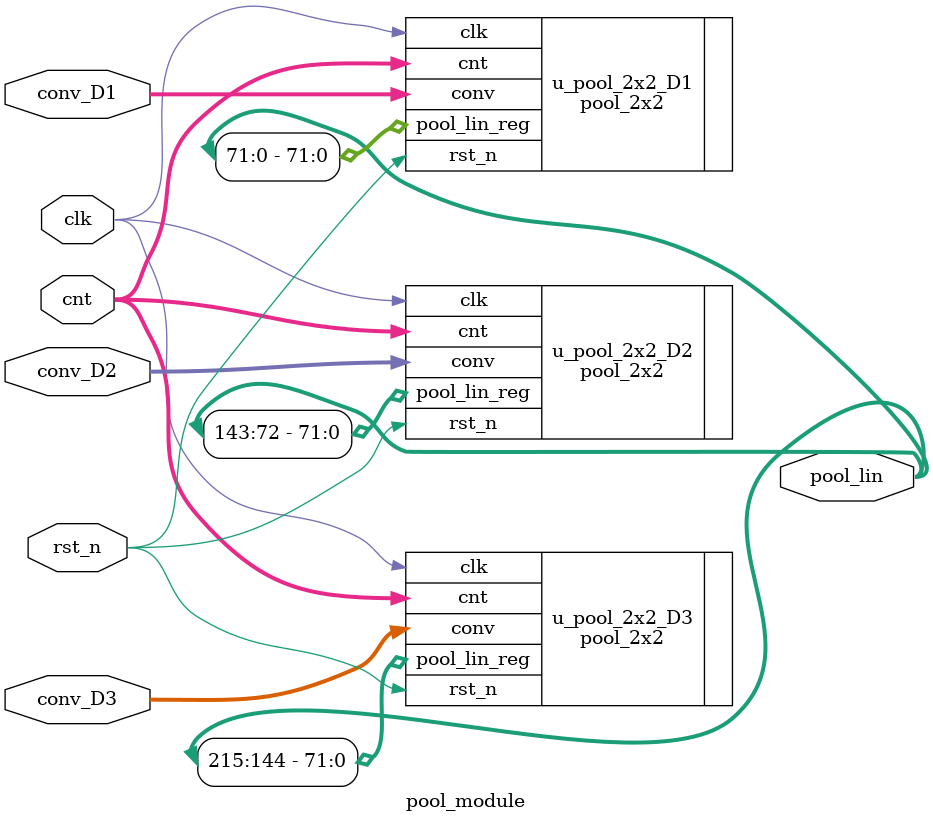
<source format=v>
`timescale 1ns/1ps
module pool_module (
    input clk,
    input rst_n,
    // input [$clog2(67)-1:0] cnt,
    input [$clog2(69)-1:0] cnt,
    input [7:0] conv_D1,
    input [7:0] conv_D2,
    input [7:0] conv_D3,

    output [3*3*3*8-1:0] pool_lin
);

    // calculate unit
    pool_2x2 u_pool_2x2_D1(
        .clk(clk),
        .rst_n(rst_n),
        .cnt(cnt),
        .conv(conv_D1),
        .pool_lin_reg(pool_lin[3*3*8-1:0])
    );
    pool_2x2 u_pool_2x2_D2(
        .clk(clk),
        .rst_n(rst_n),
        .cnt(cnt),
        .conv(conv_D2),
        .pool_lin_reg(pool_lin[3*3*2*8-1:3*3*8])
    );
    pool_2x2 u_pool_2x2_D3(
        .clk(clk),
        .rst_n(rst_n),
        .cnt(cnt),
        .conv(conv_D3),
        .pool_lin_reg(pool_lin[3*3*3*8-1:3*3*2*8])
    );

endmodule

</source>
